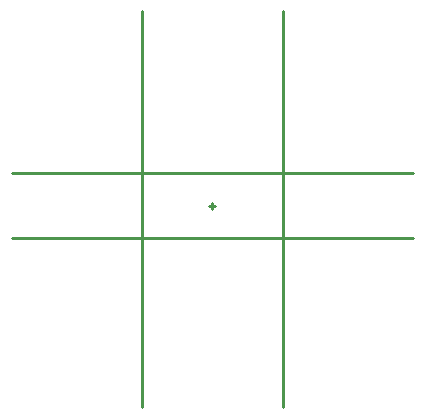
<source format=gtl>
G04 start of page 2 for group 3 layer_idx 0 *
G04 Title: (unknown), top_copper *
G04 Creator: pcb-rnd 3.0.0 *
G04 CreationDate: 2021-12-23 01:52:28 UTC *
G04 For:  *
G04 Format: Gerber/RS-274X *
G04 PCB-Dimensions: 500000 500000 *
G04 PCB-Coordinate-Origin: lower left *
%MOIN*%
%FSLAX25Y25*%
%LNTOP_COPPER_NONE_3*%
%ADD11C,0.0100*%
G54D11*X244094Y336614D02*Y204724D01*
X196850Y336614D02*Y204724D01*
X219488Y271654D02*X221457D01*
X220472Y272638D02*Y270669D01*
X287402Y282480D02*X153543D01*
Y260827D02*X287402D01*
M02*

</source>
